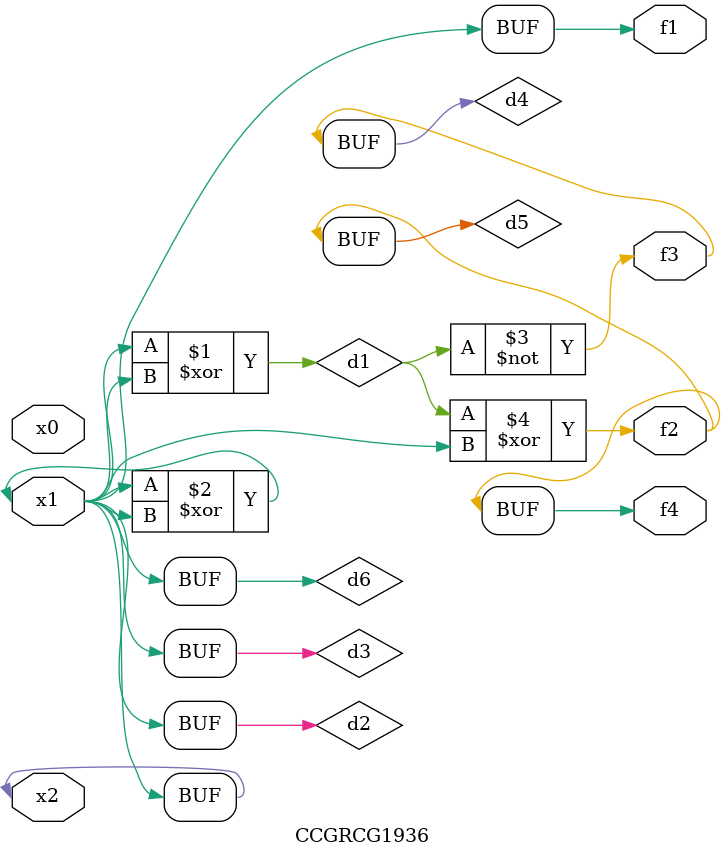
<source format=v>
module CCGRCG1936(
	input x0, x1, x2,
	output f1, f2, f3, f4
);

	wire d1, d2, d3, d4, d5, d6;

	xor (d1, x1, x2);
	buf (d2, x1, x2);
	xor (d3, x1, x2);
	nor (d4, d1);
	xor (d5, d1, d2);
	buf (d6, d2, d3);
	assign f1 = d6;
	assign f2 = d5;
	assign f3 = d4;
	assign f4 = d5;
endmodule

</source>
